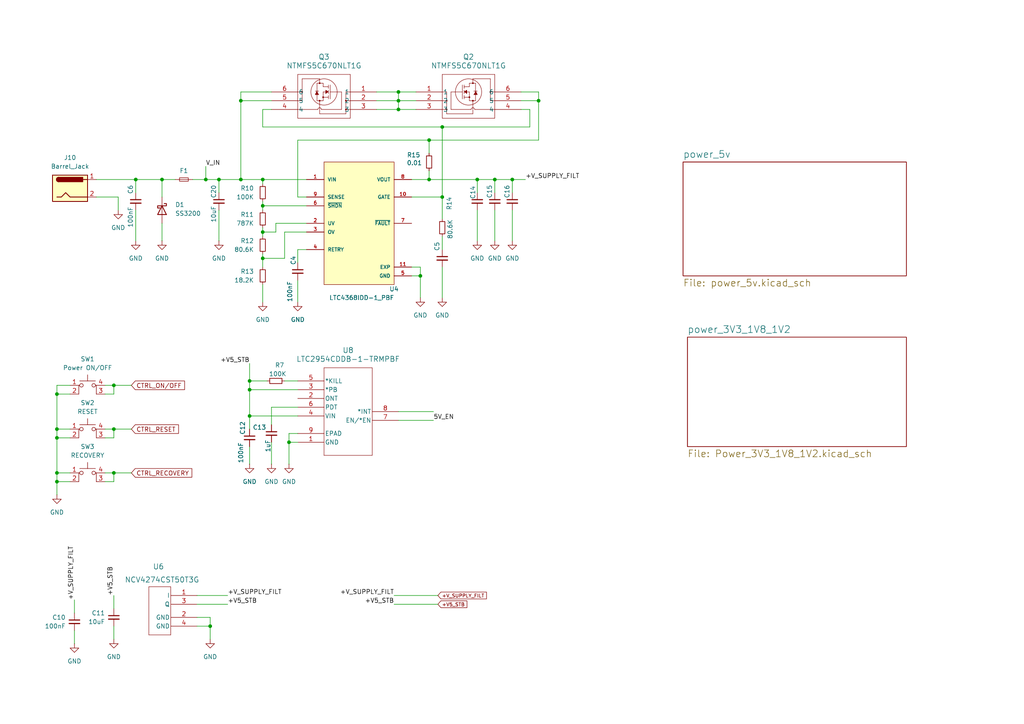
<source format=kicad_sch>
(kicad_sch (version 20231120) (generator "eeschema") (generator_version "8.0")
  (paper "A4")
  (title_block (title "Base board desgin") (date "2025-02-16") (rev "0") (company "William Sanchez Farfan"))
  (lib_symbols
    (symbol "Connector:Barrel_Jack" (pin_names (offset 1.016))
      (property "Reference" "J" (at 0 5.334 0))
      (property "Value" "Barrel_Jack" (at 0 -5.08 0))
      (symbol "Barrel_Jack_0_1"
        (rectangle (start -5.08 3.81) (end 5.08 -3.81) (stroke (width 0.254)) (fill (type background)))
        (arc (start -3.302 3.175) (mid -3.9343 2.54) (end -3.302 1.905) (stroke (width 0.254)))
        (arc (start -3.302 3.175) (mid -3.9343 2.54) (end -3.302 1.905) (stroke (width 0.254)) (fill (type outline)))
        (polyline (pts (xy 5.08 2.54) (xy 3.81 2.54)) (stroke (width 0.254)))
        (polyline (pts (xy -3.81 -2.54) (xy -2.54 -2.54) (xy -1.27 -1.27) (xy 0 -2.54) (xy 2.54 -2.54) (xy 5.08 -2.54)) (stroke (width 0.254)))
        (rectangle (start 3.683 3.175) (end -3.302 1.905) (stroke (width 0.254)) (fill (type outline)))
      )
      (symbol "Barrel_Jack_1_1"
        (pin passive line (at 7.62 2.54 180) (length 2.54) (name "~") (number "1"))
        (pin passive line (at 7.62 -2.54 180) (length 2.54) (name "~") (number "2"))
      )
    )
    (symbol "Device:C_Small" (pin_numbers hide) (pin_names (offset 0.254) hide)
      (property "Reference" "C" (at 0.254 1.778 0))
      (property "Value" "C_Small" (at 0.254 -2.032 0))
      (symbol "C_Small_0_1"
        (polyline (pts (xy -1.524 -0.508) (xy 1.524 -0.508)) (stroke (width 0.3302)))
        (polyline (pts (xy -1.524 0.508) (xy 1.524 0.508)) (stroke (width 0.3048)))
      )
      (symbol "C_Small_1_1"
        (pin passive line (at 0 2.54 270) (length 2.032) (name "~") (number "1"))
        (pin passive line (at 0 -2.54 90) (length 2.032) (name "~") (number "2"))
      )
    )
    (symbol "Device:Fuse_Small" (pin_numbers hide) (pin_names (offset 0.254) hide)
      (property "Reference" "F" (at 0 -1.524 0))
      (property "Value" "Fuse_Small" (at 0 1.524 0))
      (symbol "Fuse_Small_0_1"
        (rectangle (start -1.27 0.508) (end 1.27 -0.508))
        (polyline (pts (xy -1.27 0) (xy 1.27 0)))
      )
      (symbol "Fuse_Small_1_1"
        (pin passive line (at -2.54 0 0) (length 1.27) (name "~") (number "1"))
        (pin passive line (at 2.54 0 180) (length 1.27) (name "~") (number "2"))
      )
    )
    (symbol "Device:R_Small" (pin_numbers hide) (pin_names (offset 0.254) hide)
      (property "Reference" "R" (at 0.762 0.508 0))
      (property "Value" "R_Small" (at 0.762 -1.016 0))
      (symbol "R_Small_0_1"
        (rectangle (start -0.762 1.778) (end 0.762 -1.778) (stroke (width 0.2032)))
      )
      (symbol "R_Small_1_1"
        (pin passive line (at 0 2.54 270) (length 0.762) (name "~") (number "1"))
        (pin passive line (at 0 -2.54 90) (length 0.762) (name "~") (number "2"))
      )
    )
    (symbol "Diode:SS3200" (pin_numbers hide) (pin_names (offset 1.016) hide)
      (property "Reference" "D" (at 0 2.54 0))
      (property "Value" "SS3200" (at 0 -2.54 0))
      (symbol "SS3200_0_1"
        (polyline (pts (xy 1.27 0) (xy -1.27 0)))
        (polyline (pts (xy 1.27 1.27) (xy 1.27 -1.27) (xy -1.27 0) (xy 1.27 1.27)) (stroke (width 0.254)))
        (polyline (pts (xy -1.905 0.635) (xy -1.905 1.27) (xy -1.27 1.27) (xy -1.27 -1.27) (xy -0.635 -1.27) (xy -0.635 -0.635)) (stroke (width 0.254)))
      )
      (symbol "SS3200_1_1"
        (pin passive line (at -3.81 0 0) (length 2.54) (name "K") (number "1"))
        (pin passive line (at 3.81 0 180) (length 2.54) (name "A") (number "2"))
      )
    )
    (symbol "LTC2954CDDB-2:LTC2954CDDB-1-TRMPBF" (pin_names (offset 0.254))
      (property "Reference" "U7" (at 8.89 17.78 0))
      (property "Value" "LTC2954CDDB-1-TRMPBF" (at 8.89 15.24 0))
      (symbol "LTC2954CDDB-1-TRMPBF_0_1"
        (polyline (pts (xy -6.35 -12.7) (xy 7.62 -12.7)) (stroke (width 0.127)))
        (polyline (pts (xy -6.35 12.7) (xy -6.35 -12.7)) (stroke (width 0.127)))
        (polyline (pts (xy 7.62 -12.7) (xy 7.62 12.7)) (stroke (width 0.127)))
        (polyline (pts (xy 7.62 12.7) (xy -6.35 12.7)) (stroke (width 0.127)))
        (pin power_in line (at -13.97 -8.89 0) (length 7.62) (name "GND") (number "1"))
        (pin input line (at -13.97 3.81 0) (length 7.62) (name "ONT") (number "2"))
        (pin input line (at -13.97 6.35 0) (length 7.62) (name "*PB") (number "3"))
        (pin input line (at -13.97 -1.27 0) (length 7.62) (name "VIN") (number "4"))
        (pin input line (at -13.97 8.89 0) (length 7.62) (name "*KILL") (number "5"))
        (pin input line (at -13.97 1.27 0) (length 7.62) (name "PDT") (number "6"))
        (pin output line (at 15.24 -2.54 180) (length 7.62) (name "EN/*EN") (number "7"))
        (pin output line (at 15.24 0 180) (length 7.62) (name "*INT") (number "8"))
        (pin unspecified line (at -13.97 -6.35 0) (length 7.62) (name "EPAD") (number "9"))
      )
    )
    (symbol "LTC4368IDD-1_PBF:LTC4368IDD-1_PBF" (pin_names (offset 1.016))
      (property "Reference" "U" (at -10.16 18.542 0))
      (property "Value" "LTC4368IDD-1_PBF" (at -10.16 -20.32 0))
      (symbol "LTC4368IDD-1_PBF_0_0"
        (rectangle (start -10.16 -17.78) (end 10.16 17.78) (stroke (width 0.1524)) (fill (type background)))
        (pin input line (at -15.24 12.7 0) (length 5.08) (name "VIN") (number "1"))
        (pin output line (at 15.24 7.62 180) (length 5.08) (name "GATE") (number "10"))
        (pin power_in line (at 15.24 -12.7 180) (length 5.08) (name "EXP") (number "11"))
        (pin input line (at -15.24 0 0) (length 5.08) (name "UV") (number "2"))
        (pin input line (at -15.24 -2.54 0) (length 5.08) (name "OV") (number "3"))
        (pin input line (at -15.24 -7.62 0) (length 5.08) (name "RETRY") (number "4"))
        (pin power_in line (at 15.24 -15.24 180) (length 5.08) (name "GND") (number "5"))
        (pin input line (at -15.24 5.08 0) (length 5.08) (name "~{SHDN}") (number "6"))
        (pin output line (at 15.24 0 180) (length 5.08) (name "~{FAULT}") (number "7"))
        (pin output line (at 15.24 12.7 180) (length 5.08) (name "VOUT") (number "8"))
        (pin input line (at -15.24 7.62 0) (length 5.08) (name "SENSE") (number "9"))
      )
    )
    (symbol "NCV4274CST50T3G:NCV4274CST50T3G" (pin_names (offset 0.254))
      (property "Reference" "U" (at 20.32 12.7 0))
      (property "Value" "NCV4274CST50T3G" (at 20.32 10.16 0))
      (symbol "NCV4274CST50T3G_0_1"
        (polyline (pts (xy 7.62 -11.43) (xy 13.97 -11.43)) (stroke (width 0.127)))
        (polyline (pts (xy 7.62 2.54) (xy 7.62 -11.43)) (stroke (width 0.127)))
        (polyline (pts (xy 13.97 -11.43) (xy 13.97 2.54)) (stroke (width 0.127)))
        (polyline (pts (xy 13.97 2.54) (xy 7.62 2.54)) (stroke (width 0.127)))
        (pin unspecified line (at 0 0 0) (length 7.62) (name "I") (number "1"))
        (pin power_out line (at 0 -6.35 0) (length 7.62) (name "GND") (number "2"))
        (pin unspecified line (at 0 -2.54 0) (length 7.62) (name "Q") (number "3"))
        (pin power_out line (at 0 -8.89 0) (length 7.62) (name "GND") (number "4"))
      )
    )
    (symbol "NTMFS5C670NLT1G:NTMFS5C670NLT1G" (pin_names (offset 0.254))
      (property "Reference" "Q" (at 16.51 10.16 0))
      (property "Value" "NTMFS5C670NLT1G" (at 16.51 7.62 0))
      (symbol "NTMFS5C670NLT1G_0_1"
        (polyline (pts (xy 7.62 -7.62) (xy 22.86 -7.62)) (stroke (width 0.127)))
        (polyline (pts (xy 7.62 -5.08) (xy 8.89 -5.08)) (stroke (width 0.127)))
        (polyline (pts (xy 7.62 -2.54) (xy 8.89 -2.54)) (stroke (width 0.127)))
        (polyline (pts (xy 7.62 0) (xy 8.89 0)) (stroke (width 0.127)))
        (polyline (pts (xy 7.62 5.08) (xy 7.62 -7.62)) (stroke (width 0.127)))
        (polyline (pts (xy 8.89 -6.35) (xy 16.51 -6.35)) (stroke (width 0.127)))
        (polyline (pts (xy 8.89 0) (xy 8.89 -6.35)) (stroke (width 0.127)))
        (polyline (pts (xy 10.16 -5.08) (xy 10.16 0)) (stroke (width 0.127)))
        (polyline (pts (xy 13.462 0) (xy 10.16 0)) (stroke (width 0.127)))
        (polyline (pts (xy 13.462 2.032) (xy 13.462 -2.032)) (stroke (width 0.127)))
        (polyline (pts (xy 13.97 -1.524) (xy 15.494 -1.524)) (stroke (width 0.127)))
        (polyline (pts (xy 13.97 -1.016) (xy 13.97 -2.032)) (stroke (width 0.127)))
        (polyline (pts (xy 13.97 0.508) (xy 13.97 -0.508)) (stroke (width 0.127)))
        (polyline (pts (xy 13.97 1.524) (xy 15.494 1.524)) (stroke (width 0.127)))
        (polyline (pts (xy 13.97 2.032) (xy 13.97 1.016)) (stroke (width 0.127)))
        (polyline (pts (xy 15.494 -2.54) (xy 17.272 -2.54)) (stroke (width 0.127)))
        (polyline (pts (xy 15.494 0) (xy 14.732 0)) (stroke (width 0.127)))
        (polyline (pts (xy 15.494 0) (xy 15.494 -2.54)) (stroke (width 0.127)))
        (polyline (pts (xy 15.494 2.54) (xy 15.494 1.524)) (stroke (width 0.127)))
        (polyline (pts (xy 15.494 2.54) (xy 17.272 2.54)) (stroke (width 0.127)))
        (polyline (pts (xy 16.002 -5.08) (xy 10.16 -5.08)) (stroke (width 0.127)))
        (polyline (pts (xy 16.51 -6.35) (xy 16.51 -2.54)) (stroke (width 0.127)))
        (polyline (pts (xy 16.51 3.81) (xy 16.51 2.54)) (stroke (width 0.127)))
        (polyline (pts (xy 16.51 3.81) (xy 21.59 3.81)) (stroke (width 0.127)))
        (polyline (pts (xy 17.018 -5.08) (xy 22.86 -5.08)) (stroke (width 0.127)))
        (polyline (pts (xy 17.272 -2.54) (xy 17.272 -0.762)) (stroke (width 0.127)))
        (polyline (pts (xy 17.272 2.54) (xy 17.272 0.254)) (stroke (width 0.127)))
        (polyline (pts (xy 17.78 0.254) (xy 16.764 0.254)) (stroke (width 0.127)))
        (polyline (pts (xy 21.59 -2.54) (xy 22.86 -2.54)) (stroke (width 0.127)))
        (polyline (pts (xy 21.59 3.81) (xy 21.59 -2.54)) (stroke (width 0.127)))
        (polyline (pts (xy 22.86 -7.62) (xy 22.86 5.08)) (stroke (width 0.127)))
        (polyline (pts (xy 22.86 0) (xy 21.59 0)) (stroke (width 0.127)))
        (polyline (pts (xy 22.86 5.08) (xy 7.62 5.08)) (stroke (width 0.127)))
        (polyline (pts (xy 13.97 0) (xy 14.732 0.508) (xy 14.732 -0.508)) (fill (type outline)))
        (polyline (pts (xy 17.272 0.254) (xy 17.78 -0.762) (xy 16.764 -0.762)) (fill (type outline)))
        (circle (center 8.89 -5.08) (radius 0.127) (stroke (width 0.254)))
        (circle (center 8.89 -2.54) (radius 0.127) (stroke (width 0.254)))
        (circle (center 15.24 0) (radius 3.81) (stroke (width 0.127)))
        (circle (center 15.494 -1.524) (radius 0.127) (stroke (width 0.254)))
        (circle (center 16.51 -2.54) (radius 0.127) (stroke (width 0.254)))
        (circle (center 16.51 2.54) (radius 0.127) (stroke (width 0.254)))
        (arc (start 17.018 -5.08) (mid 16.51 -4.5742) (end 16.002 -5.08) (stroke (width 0.127)))
        (circle (center 21.59 0) (radius 0.127) (stroke (width 0.254)))
        (pin unspecified line (at 0 0 0) (length 7.62) (name "1") (number "1"))
        (pin unspecified line (at 0 -2.54 0) (length 7.62) (name "2") (number "2"))
        (pin unspecified line (at 0 -5.08 0) (length 7.62) (name "3") (number "3"))
        (pin unspecified line (at 30.48 -5.08 180) (length 7.62) (name "4") (number "4"))
        (pin unspecified line (at 30.48 -2.54 180) (length 7.62) (name "5") (number "5"))
        (pin unspecified line (at 30.48 0 180) (length 7.62) (name "6") (number "6"))
      )
    )
    (symbol "Switch:SW_MEC_5E" (pin_names (offset 1.016) hide)
      (property "Reference" "SW" (at 0.635 5.715 0))
      (property "Value" "SW_MEC_5E" (at 0 -3.175 0))
      (symbol "SW_MEC_5E_0_1"
        (circle (center -1.778 2.54) (radius 0.508))
        (polyline (pts (xy -2.286 3.81) (xy 2.286 3.81)))
        (polyline (pts (xy 0 3.81) (xy 0 5.588)))
        (polyline (pts (xy -2.54 0) (xy -2.54 2.54) (xy -2.286 2.54)))
        (polyline (pts (xy 2.54 0) (xy 2.54 2.54) (xy 2.286 2.54)))
        (circle (center 1.778 2.54) (radius 0.508))
        (pin passive line (at -5.08 2.54 0) (length 2.54) (name "1") (number "1"))
        (pin passive line (at -5.08 0 0) (length 2.54) (name "2") (number "2"))
        (pin passive line (at 5.08 0 180) (length 2.54) (name "K") (number "3"))
        (pin passive line (at 5.08 2.54 180) (length 2.54) (name "A") (number "4"))
      )
    )
    (symbol "power:GND" (power) (pin_numbers hide) (pin_names (offset 0) hide)
      (property "Value" "GND" (at 0 -3.81 0))
      (symbol "GND_0_1"
        (polyline (pts (xy 0 0) (xy 0 -1.27) (xy 1.27 -1.27) (xy 0 -2.54) (xy -1.27 -1.27) (xy 0 -1.27)))
      )
      (symbol "GND_1_1"
        (pin power_in line (at 0 0 270) (length 0) (name "~") (number "1"))
      )
    )
  )
  (junction (at 33.02 137.16))
  (junction (at 69.85 52.07))
  (junction (at 156.21 29.21))
  (junction (at 72.39 113.03))
  (junction (at 72.39 110.49))
  (junction (at 16.51 114.3))
  (junction (at 16.51 127))
  (junction (at 16.51 139.7))
  (junction (at 33.02 124.46))
  (junction (at 128.27 57.15))
  (junction (at 121.92 80.01))
  (junction (at 76.2 52.07))
  (junction (at 69.85 29.21))
  (junction (at 16.51 137.16))
  (junction (at 115.57 29.21))
  (junction (at 148.59 52.07))
  (junction (at 115.57 26.67))
  (junction (at 124.46 40.64))
  (junction (at 76.2 74.93))
  (junction (at 124.46 52.07))
  (junction (at 72.39 120.65))
  (junction (at 33.02 111.76))
  (junction (at 76.2 59.69))
  (junction (at 59.69 52.07))
  (junction (at 39.37 52.07))
  (junction (at 46.99 52.07))
  (junction (at 60.96 181.61))
  (junction (at 76.2 67.31))
  (junction (at 115.57 31.75))
  (junction (at 138.43 52.07))
  (junction (at 63.5 52.07))
  (junction (at 83.82 128.27))
  (junction (at 128.27 36.83))
  (junction (at 143.51 52.07))
  (junction (at 16.51 124.46))
  (wire (pts (xy 86.36 72.39) (xy 88.9 72.39)))
  (wire (pts (xy 16.51 114.3) (xy 20.32 114.3)))
  (wire (pts (xy 72.39 110.49) (xy 77.47 110.49)))
  (wire (pts (xy 115.57 119.38) (xy 125.73 119.38)))
  (wire (pts (xy 115.57 29.21) (xy 115.57 31.75)))
  (wire (pts (xy 72.39 129.54) (xy 72.39 134.62)))
  (wire (pts (xy 46.99 57.15) (xy 46.99 52.07)))
  (wire (pts (xy 72.39 113.03) (xy 86.36 113.03)))
  (wire (pts (xy 109.22 31.75) (xy 115.57 31.75)))
  (wire (pts (xy 151.13 29.21) (xy 156.21 29.21)))
  (wire (pts (xy 76.2 59.69) (xy 76.2 60.96)))
  (wire (pts (xy 76.2 59.69) (xy 88.9 59.69)))
  (wire (pts (xy 119.38 57.15) (xy 128.27 57.15)))
  (wire (pts (xy 156.21 29.21) (xy 156.21 26.67)))
  (wire (pts (xy 121.92 80.01) (xy 121.92 86.36)))
  (wire (pts (xy 119.38 77.47) (xy 121.92 77.47)))
  (wire (pts (xy 46.99 64.77) (xy 46.99 69.85)))
  (wire (pts (xy 30.48 124.46) (xy 33.02 124.46)))
  (wire (pts (xy 138.43 60.96) (xy 138.43 69.85)))
  (wire (pts (xy 148.59 52.07) (xy 152.4 52.07)))
  (wire (pts (xy 83.82 128.27) (xy 86.36 128.27)))
  (wire (pts (xy 16.51 137.16) (xy 16.51 139.7)))
  (wire (pts (xy 86.36 57.15) (xy 86.36 40.64)))
  (wire (pts (xy 128.27 36.83) (xy 128.27 57.15)))
  (wire (pts (xy 55.88 52.07) (xy 59.69 52.07)))
  (wire (pts (xy 60.96 179.07) (xy 60.96 181.61)))
  (wire (pts (xy 27.94 52.07) (xy 39.37 52.07)))
  (wire (pts (xy 72.39 105.41) (xy 72.39 110.49)))
  (wire (pts (xy 39.37 52.07) (xy 46.99 52.07)))
  (wire (pts (xy 124.46 49.53) (xy 124.46 52.07)))
  (wire (pts (xy 76.2 82.55) (xy 76.2 87.63)))
  (wire (pts (xy 78.74 26.67) (xy 69.85 26.67)))
  (wire (pts (xy 33.02 124.46) (xy 38.1 124.46)))
  (wire (pts (xy 30.48 127) (xy 33.02 127)))
  (wire (pts (xy 88.9 67.31) (xy 82.55 67.31)))
  (wire (pts (xy 57.15 175.26) (xy 66.04 175.26)))
  (wire (pts (xy 83.82 125.73) (xy 83.82 128.27)))
  (wire (pts (xy 124.46 52.07) (xy 138.43 52.07)))
  (wire (pts (xy 86.36 125.73) (xy 83.82 125.73)))
  (wire (pts (xy 76.2 73.66) (xy 76.2 74.93)))
  (wire (pts (xy 30.48 114.3) (xy 33.02 114.3)))
  (wire (pts (xy 78.74 31.75) (xy 76.2 31.75)))
  (wire (pts (xy 76.2 66.04) (xy 76.2 67.31)))
  (wire (pts (xy 143.51 52.07) (xy 148.59 52.07)))
  (wire (pts (xy 16.51 124.46) (xy 16.51 127)))
  (wire (pts (xy 33.02 137.16) (xy 38.1 137.16)))
  (wire (pts (xy 21.59 182.88) (xy 21.59 186.69)))
  (wire (pts (xy 76.2 74.93) (xy 76.2 77.47)))
  (wire (pts (xy 39.37 52.07) (xy 39.37 55.88)))
  (wire (pts (xy 33.02 111.76) (xy 33.02 114.3)))
  (wire (pts (xy 114.3 175.26) (xy 127 175.26)))
  (wire (pts (xy 30.48 111.76) (xy 33.02 111.76)))
  (wire (pts (xy 128.27 77.47) (xy 128.27 86.36)))
  (wire (pts (xy 114.3 172.72) (xy 127 172.72)))
  (wire (pts (xy 124.46 40.64) (xy 124.46 44.45)))
  (wire (pts (xy 88.9 57.15) (xy 86.36 57.15)))
  (wire (pts (xy 59.69 48.26) (xy 59.69 52.07)))
  (wire (pts (xy 121.92 77.47) (xy 121.92 80.01)))
  (wire (pts (xy 16.51 137.16) (xy 20.32 137.16)))
  (wire (pts (xy 33.02 111.76) (xy 38.1 111.76)))
  (wire (pts (xy 80.01 67.31) (xy 76.2 67.31)))
  (wire (pts (xy 76.2 36.83) (xy 128.27 36.83)))
  (wire (pts (xy 69.85 29.21) (xy 69.85 52.07)))
  (wire (pts (xy 33.02 139.7) (xy 33.02 137.16)))
  (wire (pts (xy 76.2 31.75) (xy 76.2 36.83)))
  (wire (pts (xy 30.48 137.16) (xy 33.02 137.16)))
  (wire (pts (xy 33.02 181.61) (xy 33.02 185.42)))
  (wire (pts (xy 156.21 40.64) (xy 156.21 29.21)))
  (wire (pts (xy 16.51 127) (xy 20.32 127)))
  (wire (pts (xy 86.36 76.2) (xy 86.36 72.39)))
  (wire (pts (xy 69.85 52.07) (xy 76.2 52.07)))
  (wire (pts (xy 86.36 81.28) (xy 86.36 87.63)))
  (wire (pts (xy 82.55 67.31) (xy 82.55 74.93)))
  (wire (pts (xy 83.82 128.27) (xy 83.82 134.62)))
  (wire (pts (xy 148.59 60.96) (xy 148.59 69.85)))
  (wire (pts (xy 119.38 52.07) (xy 124.46 52.07)))
  (wire (pts (xy 46.99 52.07) (xy 50.8 52.07)))
  (wire (pts (xy 39.37 60.96) (xy 39.37 69.85)))
  (wire (pts (xy 143.51 60.96) (xy 143.51 69.85)))
  (wire (pts (xy 115.57 29.21) (xy 120.65 29.21)))
  (wire (pts (xy 69.85 26.67) (xy 69.85 29.21)))
  (wire (pts (xy 119.38 80.01) (xy 121.92 80.01)))
  (wire (pts (xy 78.74 128.27) (xy 78.74 134.62)))
  (wire (pts (xy 63.5 52.07) (xy 63.5 55.88)))
  (wire (pts (xy 33.02 127) (xy 33.02 124.46)))
  (wire (pts (xy 63.5 52.07) (xy 69.85 52.07)))
  (wire (pts (xy 109.22 29.21) (xy 115.57 29.21)))
  (wire (pts (xy 57.15 172.72) (xy 66.04 172.72)))
  (wire (pts (xy 76.2 52.07) (xy 76.2 53.34)))
  (wire (pts (xy 60.96 181.61) (xy 60.96 185.42)))
  (wire (pts (xy 76.2 52.07) (xy 88.9 52.07)))
  (wire (pts (xy 78.74 118.11) (xy 78.74 123.19)))
  (wire (pts (xy 82.55 110.49) (xy 86.36 110.49)))
  (wire (pts (xy 76.2 67.31) (xy 76.2 68.58)))
  (wire (pts (xy 86.36 40.64) (xy 124.46 40.64)))
  (wire (pts (xy 16.51 139.7) (xy 20.32 139.7)))
  (wire (pts (xy 16.51 127) (xy 16.51 137.16)))
  (wire (pts (xy 153.67 36.83) (xy 153.67 31.75)))
  (wire (pts (xy 30.48 139.7) (xy 33.02 139.7)))
  (wire (pts (xy 128.27 68.58) (xy 128.27 72.39)))
  (wire (pts (xy 21.59 177.8) (xy 21.59 173.99)))
  (wire (pts (xy 72.39 124.46) (xy 72.39 120.65)))
  (wire (pts (xy 86.36 120.65) (xy 72.39 120.65)))
  (wire (pts (xy 16.51 124.46) (xy 20.32 124.46)))
  (wire (pts (xy 156.21 26.67) (xy 151.13 26.67)))
  (wire (pts (xy 59.69 52.07) (xy 63.5 52.07)))
  (wire (pts (xy 33.02 176.53) (xy 33.02 172.72)))
  (wire (pts (xy 115.57 26.67) (xy 115.57 29.21)))
  (wire (pts (xy 138.43 52.07) (xy 143.51 52.07)))
  (wire (pts (xy 124.46 40.64) (xy 156.21 40.64)))
  (wire (pts (xy 138.43 55.88) (xy 138.43 52.07)))
  (wire (pts (xy 72.39 110.49) (xy 72.39 113.03)))
  (wire (pts (xy 27.94 57.15) (xy 34.29 57.15)))
  (wire (pts (xy 57.15 181.61) (xy 60.96 181.61)))
  (wire (pts (xy 72.39 113.03) (xy 72.39 120.65)))
  (wire (pts (xy 82.55 74.93) (xy 76.2 74.93)))
  (wire (pts (xy 148.59 52.07) (xy 148.59 55.88)))
  (wire (pts (xy 34.29 57.15) (xy 34.29 60.96)))
  (wire (pts (xy 69.85 29.21) (xy 78.74 29.21)))
  (wire (pts (xy 128.27 57.15) (xy 128.27 63.5)))
  (wire (pts (xy 16.51 139.7) (xy 16.51 143.51)))
  (wire (pts (xy 63.5 60.96) (xy 63.5 69.85)))
  (wire (pts (xy 109.22 26.67) (xy 115.57 26.67)))
  (wire (pts (xy 115.57 31.75) (xy 120.65 31.75)))
  (wire (pts (xy 76.2 58.42) (xy 76.2 59.69)))
  (wire (pts (xy 86.36 118.11) (xy 78.74 118.11)))
  (wire (pts (xy 115.57 26.67) (xy 120.65 26.67)))
  (wire (pts (xy 80.01 64.77) (xy 80.01 67.31)))
  (wire (pts (xy 115.57 121.92) (xy 125.73 121.92)))
  (wire (pts (xy 153.67 31.75) (xy 151.13 31.75)))
  (wire (pts (xy 57.15 179.07) (xy 60.96 179.07)))
  (wire (pts (xy 20.32 111.76) (xy 16.51 111.76)))
  (wire (pts (xy 128.27 36.83) (xy 153.67 36.83)))
  (wire (pts (xy 16.51 111.76) (xy 16.51 114.3)))
  (wire (pts (xy 16.51 114.3) (xy 16.51 124.46)))
  (wire (pts (xy 88.9 64.77) (xy 80.01 64.77)))
  (wire (pts (xy 143.51 52.07) (xy 143.51 55.88)))
  (label "+V5_STB" (at 72.39 105.41 180))
  (label "+V5_STB" (at 66.04 175.26 0))
  (label "+V5_STB" (at 33.02 172.72 90))
  (label "+V5_STB" (at 114.3 175.26 180))
  (label "5V_EN" (at 125.73 121.92 0))
  (label "+V_SUPPLY_FILT" (at 21.59 173.99 90))
  (label "V_IN" (at 59.69 48.26 0))
  (label "+V_SUPPLY_FILT" (at 66.04 172.72 0))
  (label "+V_SUPPLY_FILT" (at 114.3 172.72 180))
  (label "+V_SUPPLY_FILT" (at 152.4 52.07 0))
  (global_label "+V5_STB" (shape input) (at 127 175.26 0) (effects (font (size 1 1))) (property "Intersheetrefs" "${INTERSHEET_REFS}" (effects (hide yes))))
  (global_label "CTRL_ON{slash}OFF" (shape input) (at 38.1 111.76 0) (property "Intersheetrefs" "${INTERSHEET_REFS}" (effects (hide yes))))
  (global_label "CTRL_RECOVERY" (shape input) (at 38.1 137.16 0) (property "Intersheetrefs" "${INTERSHEET_REFS}" (effects (hide yes))))
  (global_label "CTRL_RESET" (shape input) (at 38.1 124.46 0) (property "Intersheetrefs" "${INTERSHEET_REFS}" (effects (hide yes))))
  (global_label "+V_SUPPLY_FILT" (shape input) (at 127 172.72 0) (effects (font (size 1 1))) (property "Intersheetrefs" "${INTERSHEET_REFS}" (effects (hide yes))))
  (symbol (lib_id "power:GND") (at 46.99 69.85 0) (unit 1)
    (property "Reference" "#PWR035" (effects (hide yes)))
    (property "Value" "GND" (at 46.99 74.93 0))
    (property "Description" "Power symbol creates a global label with name \"GND\" , ground" (effects (hide yes)))
  )
  (symbol (lib_id "Device:C_Small") (at 78.74 125.73 0) (unit 1)
    (property "Reference" "C13" (at 77.216 123.952 0) (effects (justify right)))
    (property "Value" "1uF" (at 77.724 127.508 90) (effects (justify right)))
    (property "Footprint" "Capacitor_SMD:C_0402_1005Metric" (effects (hide yes)))
    (property "Description" "Unpolarized capacitor, small symbol" (effects (hide yes)))
  )
  (symbol (lib_id "LTC2954CDDB-2:LTC2954CDDB-1-TRMPBF") (at 100.33 119.38 0) (unit 1)
    (property "Reference" "U8" (at 100.965 101.6 0) (effects (font (size 1.524 1.524))))
    (property "Value" "LTC2954CDDB-1-TRMPBF" (at 100.965 104.14 0) (effects (font (size 1.524 1.524))))
    (property "Footprint" "_W_SBC:DFN-8_DDB_LIT" (effects (hide yes)))
    (property "Datasheet" "LTC2954CDDB-1-TRMPBF" (effects (hide yes)))
  )
  (symbol (lib_id "Device:C_Small") (at 128.27 74.93 0) (unit 1)
    (property "Reference" "C5" (at 126.746 70.104 90) (effects (justify right)))
    (property "Value" "2.2nF" (effects (hide yes)))
    (property "Footprint" "Capacitor_SMD:C_0805_2012Metric_Pad1.18x1.45mm_HandSolder" (effects (hide yes)))
    (property "Description" "Unpolarized capacitor, small symbol" (effects (hide yes)))
  )
  (symbol (lib_id "power:GND") (at 34.29 60.96 0) (unit 1)
    (property "Reference" "#PWR07" (effects (hide yes)))
    (property "Value" "GND" (at 34.29 66.04 0))
    (property "Description" "Power symbol creates a global label with name \"GND\" , ground" (effects (hide yes)))
  )
  (symbol (lib_id "Device:C_Small") (at 138.43 58.42 0) (unit 1)
    (property "Reference" "C14" (at 137.16 53.848 90) (effects (justify right)))
    (property "Value" "10uF" (effects (hide yes)))
    (property "Footprint" "Capacitor_SMD:C_1210_3225Metric_Pad1.33x2.70mm_HandSolder" (effects (hide yes)))
    (property "Description" "Unpolarized capacitor, small symbol" (effects (hide yes)))
  )
  (symbol (lib_id "Device:R_Small") (at 76.2 80.01 0) (mirror y) (unit 1)
    (property "Reference" "R13" (at 73.66 78.7399 0) (effects (justify left)))
    (property "Value" "18.2K" (at 73.66 81.2799 0) (effects (justify left)))
    (property "Footprint" "Resistor_SMD:R_0402_1005Metric" (effects (hide yes)))
    (property "Description" "Resistor, small symbol" (effects (hide yes)))
  )
  (symbol (lib_id "power:GND") (at 33.02 185.42 0) (unit 1)
    (property "Reference" "#PWR021" (effects (hide yes)))
    (property "Value" "GND" (at 33.02 190.5 0))
    (property "Description" "Power symbol creates a global label with name \"GND\" , ground" (effects (hide yes)))
  )
  (symbol (lib_id "power:GND") (at 72.39 134.62 0) (unit 1)
    (property "Reference" "#PWR022" (effects (hide yes)))
    (property "Value" "GND" (at 72.39 139.7 0))
    (property "Description" "Power symbol creates a global label with name \"GND\" , ground" (effects (hide yes)))
  )
  (symbol (lib_id "Device:C_Small") (at 86.36 78.74 0) (unit 1)
    (property "Reference" "C4" (at 85.09 74.168 90) (effects (justify right)))
    (property "Value" "100nF" (at 84.074 81.534 90) (effects (justify right)))
    (property "Footprint" "Capacitor_SMD:C_0402_1005Metric" (effects (hide yes)))
    (property "Description" "Unpolarized capacitor, small symbol" (effects (hide yes)))
  )
  (symbol (lib_id "Device:Fuse_Small") (at 53.34 52.07 0) (unit 1)
    (property "Reference" "F1" (at 53.34 49.53 0))
    (property "Value" "10A 36R@100MHz" (effects (hide yes)))
    (property "Footprint" "Fuse:Fuse_1210_3225Metric_Pad1.42x2.65mm_HandSolder" (effects (hide yes)))
    (property "Description" "Fuse, small symbol" (effects (hide yes)))
  )
  (symbol (lib_id "Device:C_Small") (at 63.5 58.42 0) (unit 1)
    (property "Reference" "C20" (at 61.976 53.594 90) (effects (justify right)))
    (property "Value" "10uF" (at 61.976 59.69 90) (effects (justify right)))
    (property "Footprint" "Capacitor_SMD:C_1210_3225Metric" (effects (hide yes)))
    (property "Description" "Unpolarized capacitor, small symbol" (effects (hide yes)))
  )
  (symbol (lib_id "power:GND") (at 16.51 143.51 0) (unit 1)
    (property "Reference" "#PWR024" (effects (hide yes)))
    (property "Value" "GND" (at 16.51 148.59 0))
    (property "Description" "Power symbol creates a global label with name \"GND\" , ground" (effects (hide yes)))
  )
  (symbol (lib_id "Device:C_Small") (at 72.39 127 0) (unit 1)
    (property "Reference" "C12" (at 70.358 122.174 90) (effects (justify right)))
    (property "Value" "100nF" (at 69.85 128.2762 90) (effects (justify right)))
    (property "Footprint" "Capacitor_SMD:C_0402_1005Metric" (effects (hide yes)))
    (property "Description" "Unpolarized capacitor, small symbol" (effects (hide yes)))
  )
  (symbol (lib_id "Device:C_Small") (at 143.51 58.42 0) (unit 1)
    (property "Reference" "C15" (at 141.986 53.594 90) (effects (justify right)))
    (property "Value" "10uF" (effects (hide yes)))
    (property "Footprint" "Capacitor_SMD:C_1210_3225Metric_Pad1.33x2.70mm_HandSolder" (effects (hide yes)))
    (property "Description" "Unpolarized capacitor, small symbol" (effects (hide yes)))
  )
  (symbol (lib_id "LTC4368IDD-1_PBF:LTC4368IDD-1_PBF") (at 104.14 64.77 0) (unit 1)
    (property "Reference" "U4" (at 114.3 83.82 0))
    (property "Value" "LTC4368IDD-1_PBF" (at 104.902 86.36 0))
    (property "Footprint" "Package_DFN_QFN:DFN-10-1EP_3x3mm_P0.5mm_EP1.65x2.38mm" (effects (hide yes)))
    (property "SNAPEDA_PACKAGE_ID" "42743" (effects (hide yes)))
    (property "B_NOM" "0.25" (effects (hide yes)))
    (property "Check_prices" "https://www.snapeda.com/parts/LTC4368IDD-1%23PBF/Analog+Devices/view-part/?ref=eda" (effects (hide yes)))
    (property "B_MAX" "0.3" (effects (hide yes)))
    (property "Description_1" "\n                        \n                            100V UV/OV and Reverse Protection Controller with Bidirectional Circuit Breaker\n                        \n" (effects (hide yes)))
    (property "Price" "None" (effects (hide yes)))
    (property "ENOM" "0.5" (effects (hide yes)))
    (property "D_NOM" "3.0" (effects (hide yes)))
    (property "D_MAX" "3.1" (effects (hide yes)))
    (property "L_MAX" "0.5" (effects (hide yes)))
    (property "A_MAX" "0.8" (effects (hide yes)))
    (property "Package" "DFN -10 Analog Devices" (effects (hide yes)))
    (property "E2_NOM" "1.65" (effects (hide yes)))
    (property "D2_NOM" "2.38" (effects (hide yes)))
    (property "PARTREV" "A" (effects (hide yes)))
    (property "SnapEDA_Link" "https://www.snapeda.com/parts/LTC4368IDD-1%23PBF/Analog+Devices/view-part/?ref=snap" (effects (hide yes)))
    (property "E_NOM" "3.0" (effects (hide yes)))
    (property "B_MIN" "0.2" (effects (hide yes)))
    (property "STANDARD" "IPC 7351B" (effects (hide yes)))
    (property "PIN_COUNT" "10.0" (effects (hide yes)))
    (property "L_NOM" "0.4" (effects (hide yes)))
    (property "MANUFACTURER" "Analog Devices" (effects (hide yes)))
    (property "MF" "Analog Devices" (effects (hide yes)))
    (property "E_MIN" "2.9" (effects (hide yes)))
    (property "D_MIN" "2.9" (effects (hide yes)))
    (property "MP" "LTC4368IDD-1#PBF" (effects (hide yes)))
    (property "L_MIN" "0.3" (effects (hide yes)))
    (property "Availability" "In Stock" (effects (hide yes)))
    (property "E_MAX" "3.1" (effects (hide yes)))
  )
  (symbol (lib_id "Switch:SW_MEC_5E") (at 25.4 114.3 0) (unit 1)
    (property "Reference" "SW1" (at 25.4 104.14 0))
    (property "Value" "Power ON/OFF" (at 25.4 106.68 0))
    (property "Footprint" "Button_Switch_SMD:SW_SPST_TL3342" (effects (hide yes)))
    (property "Datasheet" "http://www.apem.com/int/index.php?controller=attachment&id_attachment=1371" (effects (hide yes)))
    (property "Description" "MEC 5E single pole normally-open tactile switch" (effects (hide yes)))
  )
  (symbol (lib_id "power:GND") (at 21.59 186.69 0) (unit 1)
    (property "Reference" "#PWR020" (effects (hide yes)))
    (property "Value" "GND" (at 21.59 191.77 0))
    (property "Description" "Power symbol creates a global label with name \"GND\" , ground" (effects (hide yes)))
  )
  (symbol (lib_id "Device:C_Small") (at 33.02 179.07 0) (unit 1)
    (property "Reference" "C11" (at 30.48 177.8062 0) (effects (justify right)))
    (property "Value" "10uF" (at 30.48 180.3462 0) (effects (justify right)))
    (property "Footprint" "Capacitor_SMD:C_0402_1005Metric" (effects (hide yes)))
    (property "Description" "Unpolarized capacitor, small symbol" (effects (hide yes)))
  )
  (symbol (lib_id "power:GND") (at 39.37 69.85 0) (unit 1)
    (property "Reference" "#PWR033" (effects (hide yes)))
    (property "Value" "GND" (at 39.37 74.93 0))
    (property "Description" "Power symbol creates a global label with name \"GND\" , ground" (effects (hide yes)))
  )
  (symbol (lib_id "power:GND") (at 63.5 69.85 0) (unit 1)
    (property "Reference" "#PWR034" (effects (hide yes)))
    (property "Value" "GND" (at 63.5 74.93 0))
    (property "Description" "Power symbol creates a global label with name \"GND\" , ground" (effects (hide yes)))
  )
  (symbol (lib_id "power:GND") (at 78.74 134.62 0) (unit 1)
    (property "Reference" "#PWR025" (effects (hide yes)))
    (property "Value" "GND" (at 78.74 139.7 0))
    (property "Description" "Power symbol creates a global label with name \"GND\" , ground" (effects (hide yes)))
  )
  (symbol (lib_id "power:GND") (at 76.2 87.63 0) (unit 1)
    (property "Reference" "#PWR026" (effects (hide yes)))
    (property "Value" "GND" (at 76.2 92.71 0))
    (property "Description" "Power symbol creates a global label with name \"GND\" , ground" (effects (hide yes)))
  )
  (symbol (lib_id "Connector:Barrel_Jack") (at 20.32 54.61 0) (unit 1)
    (property "Reference" "J10" (at 20.32 45.72 0))
    (property "Value" "Barrel_Jack" (at 20.32 48.26 0))
    (property "Footprint" "Connector_BarrelJack:BarrelJack_CUI_PJ-063AH_Horizontal" (effects (hide yes)))
    (property "Description" "DC Barrel Jack" (effects (hide yes)))
  )
  (symbol (lib_id "power:GND") (at 143.51 69.85 0) (unit 1)
    (property "Reference" "#PWR028" (effects (hide yes)))
    (property "Value" "GND" (at 143.51 74.93 0))
    (property "Description" "Power symbol creates a global label with name \"GND\" , ground" (effects (hide yes)))
  )
  (symbol (lib_id "Device:R_Small") (at 80.01 110.49 270) (mirror x) (unit 1)
    (property "Reference" "R7" (at 79.756 105.918 90) (effects (justify left)))
    (property "Value" "100K" (at 77.978 108.458 90) (effects (justify left)))
    (property "Footprint" "Resistor_SMD:R_0402_1005Metric" (effects (hide yes)))
    (property "Description" "Resistor, small symbol" (effects (hide yes)))
  )
  (symbol (lib_id "power:GND") (at 60.96 185.42 0) (unit 1)
    (property "Reference" "#PWR019" (effects (hide yes)))
    (property "Value" "GND" (at 60.96 190.5 0))
    (property "Description" "Power symbol creates a global label with name \"GND\" , ground" (effects (hide yes)))
  )
  (symbol (lib_id "Device:R_Small") (at 76.2 63.5 0) (mirror y) (unit 1)
    (property "Reference" "R11" (at 73.66 62.2299 0) (effects (justify left)))
    (property "Value" "787K" (at 73.66 64.7699 0) (effects (justify left)))
    (property "Footprint" "Resistor_SMD:R_0402_1005Metric" (effects (hide yes)))
    (property "Description" "Resistor, small symbol" (effects (hide yes)))
  )
  (symbol (lib_id "Device:C_Small") (at 21.59 180.34 0) (unit 1)
    (property "Reference" "C10" (at 19.05 179.0762 0) (effects (justify right)))
    (property "Value" "100nF" (at 19.05 181.6162 0) (effects (justify right)))
    (property "Footprint" "Capacitor_SMD:C_0402_1005Metric" (effects (hide yes)))
    (property "Description" "Unpolarized capacitor, small symbol" (effects (hide yes)))
  )
  (symbol (lib_id "power:GND") (at 128.27 86.36 0) (unit 1)
    (property "Reference" "#PWR012" (effects (hide yes)))
    (property "Value" "GND" (at 128.27 91.44 0))
    (property "Description" "Power symbol creates a global label with name \"GND\" , ground" (effects (hide yes)))
  )
  (symbol (lib_id "Device:R_Small") (at 124.46 46.99 180) (unit 1)
    (property "Reference" "R15" (at 121.92 44.958 0) (effects (justify left)))
    (property "Value" "0.01" (at 122.428 47.244 0) (effects (justify left)))
    (property "Footprint" "Resistor_SMD:R_0402_1005Metric" (effects (hide yes)))
    (property "Description" "Resistor, small symbol" (effects (hide yes)))
  )
  (symbol (lib_id "power:GND") (at 121.92 86.36 0) (unit 1)
    (property "Reference" "#PWR010" (effects (hide yes)))
    (property "Value" "GND" (at 121.92 91.44 0))
    (property "Description" "Power symbol creates a global label with name \"GND\" , ground" (effects (hide yes)))
  )
  (symbol (lib_id "NTMFS5C670NLT1G:NTMFS5C670NLT1G") (at 109.22 26.67 0) (mirror y) (unit 1)
    (property "Reference" "Q3" (at 93.98 16.51 0) (effects (font (size 1.524 1.524))))
    (property "Value" "NTMFS5C670NLT1G" (at 93.98 19.05 0) (effects (font (size 1.524 1.524))))
    (property "Footprint" "_W_SBC:NTMFS5C670NLT1G_ONS" (effects (hide yes)))
    (property "Datasheet" "NTMFS5C670NLT1G" (effects (hide yes)))
  )
  (symbol (lib_id "power:GND") (at 148.59 69.85 0) (unit 1)
    (property "Reference" "#PWR029" (effects (hide yes)))
    (property "Value" "GND" (at 148.59 74.93 0))
    (property "Description" "Power symbol creates a global label with name \"GND\" , ground" (effects (hide yes)))
  )
  (symbol (lib_id "Diode:SS3200") (at 46.99 60.96 270) (unit 1)
    (property "Reference" "D1" (at 50.8 59.3724 90) (effects (justify left)))
    (property "Value" "SS3200" (at 50.8 61.9124 90) (effects (justify left)))
    (property "Footprint" "Diode_SMD:D_SMA" (effects (hide yes)))
    (property "Datasheet" "https://www.microdiode.com/uploadfiles//PDF/SS32-THRU-SS3200-SMA.pdf" (effects (hide yes)))
    (property "Description" "200V 3A Schottky Diode, SMA" (effects (hide yes)))
  )
  (symbol (lib_id "Device:C_Small") (at 39.37 58.42 0) (unit 1)
    (property "Reference" "C6" (at 37.846 53.594 90) (effects (justify right)))
    (property "Value" "100nF" (at 37.846 59.944 90) (effects (justify right)))
    (property "Footprint" "Capacitor_SMD:C_0402_1005Metric" (effects (hide yes)))
    (property "Description" "Unpolarized capacitor, small symbol" (effects (hide yes)))
  )
  (symbol (lib_id "Switch:SW_MEC_5E") (at 25.4 127 0) (unit 1)
    (property "Reference" "SW2" (at 25.4 116.84 0))
    (property "Value" "RESET" (at 25.4 119.38 0))
    (property "Footprint" "Button_Switch_SMD:SW_SPST_TL3342" (effects (hide yes)))
    (property "Datasheet" "http://www.apem.com/int/index.php?controller=attachment&id_attachment=1371" (effects (hide yes)))
    (property "Description" "MEC 5E single pole normally-open tactile switch" (effects (hide yes)))
  )
  (symbol (lib_id "Device:R_Small") (at 76.2 71.12 0) (mirror y) (unit 1)
    (property "Reference" "R12" (at 73.66 69.8499 0) (effects (justify left)))
    (property "Value" "80.6K" (at 73.66 72.3899 0) (effects (justify left)))
    (property "Footprint" "Resistor_SMD:R_0402_1005Metric" (effects (hide yes)))
    (property "Description" "Resistor, small symbol" (effects (hide yes)))
  )
  (symbol (lib_id "Device:R_Small") (at 76.2 55.88 0) (mirror y) (unit 1)
    (property "Reference" "R10" (at 73.66 54.6099 0) (effects (justify left)))
    (property "Value" "100K" (at 73.66 57.1499 0) (effects (justify left)))
    (property "Footprint" "Resistor_SMD:R_0402_1005Metric" (effects (hide yes)))
    (property "Description" "Resistor, small symbol" (effects (hide yes)))
  )
  (symbol (lib_id "Device:C_Small") (at 148.59 58.42 0) (unit 1)
    (property "Reference" "C16" (at 147.066 53.594 90) (effects (justify right)))
    (property "Value" "10uF" (effects (hide yes)))
    (property "Footprint" "Capacitor_SMD:C_1210_3225Metric_Pad1.33x2.70mm_HandSolder" (effects (hide yes)))
    (property "Description" "Unpolarized capacitor, small symbol" (effects (hide yes)))
  )
  (symbol (lib_id "power:GND") (at 138.43 69.85 0) (unit 1)
    (property "Reference" "#PWR027" (effects (hide yes)))
    (property "Value" "GND" (at 138.43 74.93 0))
    (property "Description" "Power symbol creates a global label with name \"GND\" , ground" (effects (hide yes)))
  )
  (symbol (lib_id "Switch:SW_MEC_5E") (at 25.4 139.7 0) (unit 1)
    (property "Reference" "SW3" (at 25.4 129.54 0))
    (property "Value" "RECOVERY" (at 25.4 132.08 0))
    (property "Footprint" "Button_Switch_SMD:SW_SPST_TL3342" (effects (hide yes)))
    (property "Datasheet" "http://www.apem.com/int/index.php?controller=attachment&id_attachment=1371" (effects (hide yes)))
    (property "Description" "MEC 5E single pole normally-open tactile switch" (effects (hide yes)))
  )
  (symbol (lib_id "power:GND") (at 86.36 87.63 0) (unit 1)
    (property "Reference" "#PWR011" (effects (hide yes)))
    (property "Value" "GND" (at 86.36 92.71 0))
    (property "Description" "Power symbol creates a global label with name \"GND\" , ground" (effects (hide yes)))
  )
  (symbol (lib_id "power:GND") (at 83.82 134.62 0) (unit 1)
    (property "Reference" "#PWR023" (effects (hide yes)))
    (property "Value" "GND" (at 83.82 139.7 0))
    (property "Description" "Power symbol creates a global label with name \"GND\" , ground" (effects (hide yes)))
  )
  (symbol (lib_id "NCV4274CST50T3G:NCV4274CST50T3G") (at 57.15 172.72 0) (mirror y) (unit 1)
    (property "Reference" "U6" (at 45.974 164.338 0) (effects (font (size 1.524 1.524))))
    (property "Value" "NCV4274CST50T3G" (at 46.99 168.148 0) (effects (font (size 1.524 1.524))))
    (property "Footprint" "Package_TO_SOT_SMD:SOT-223" (effects (hide yes)))
    (property "Datasheet" "NCV4274CST50T3G" (effects (hide yes)))
  )
  (symbol (lib_id "Device:R_Small") (at 128.27 66.04 0) (unit 1)
    (property "Reference" "R14" (at 130.302 60.96 90) (effects (justify left)))
    (property "Value" "80.6K" (at 130.556 69.342 90) (effects (justify left)))
    (property "Footprint" "Resistor_SMD:R_0402_1005Metric" (effects (hide yes)))
    (property "Description" "Resistor, small symbol" (effects (hide yes)))
  )
  (symbol (lib_id "NTMFS5C670NLT1G:NTMFS5C670NLT1G") (at 120.65 26.67 0) (unit 1)
    (property "Reference" "Q2" (at 135.89 16.51 0) (effects (font (size 1.524 1.524))))
    (property "Value" "NTMFS5C670NLT1G" (at 135.89 19.05 0) (effects (font (size 1.524 1.524))))
    (property "Footprint" "_W_SBC:NTMFS5C670NLT1G_ONS" (effects (hide yes)))
    (property "Datasheet" "NTMFS5C670NLT1G" (effects (hide yes)))
  )
  (sheet (at 198.12 46.99) (size 64.77 33.02) (stroke (width 0.1524))
    (property "Sheetname" "power_5v" (at 198.12 45.9134 0) (effects (font (size 2 2)) (justify left bottom)))
    (property "Sheetfile" "power_5v.kicad_sch" (at 198.12 80.8866 0) (effects (font (size 2 2)) (justify left top)))
  )
  (sheet (at 199.39 97.79) (size 63.5 31.75) (stroke (width 0.1524))
    (property "Sheetname" "power_3V3_1V8_1V2" (at 199.39 96.7134 0) (effects (font (size 2 2)) (justify left bottom)))
    (property "Sheetfile" "Power_3V3_1V8_1V2.kicad_sch" (at 199.39 130.4166 0) (effects (font (size 2 2)) (justify left top)))
  )
)
</source>
